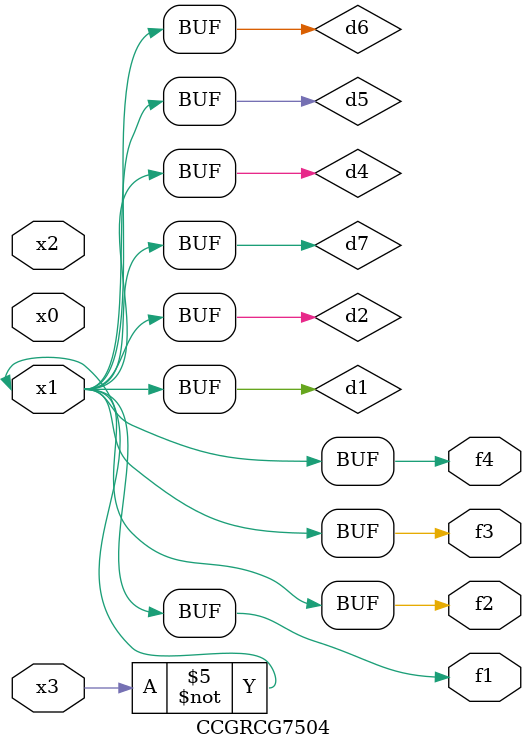
<source format=v>
module CCGRCG7504(
	input x0, x1, x2, x3,
	output f1, f2, f3, f4
);

	wire d1, d2, d3, d4, d5, d6, d7;

	not (d1, x3);
	buf (d2, x1);
	xnor (d3, d1, d2);
	nor (d4, d1);
	buf (d5, d1, d2);
	buf (d6, d4, d5);
	nand (d7, d4);
	assign f1 = d6;
	assign f2 = d7;
	assign f3 = d6;
	assign f4 = d6;
endmodule

</source>
